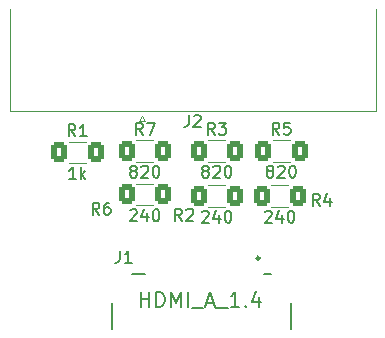
<source format=gto>
G04 #@! TF.GenerationSoftware,KiCad,Pcbnew,(6.0.0)*
G04 #@! TF.CreationDate,2022-02-22T23:34:22+01:00*
G04 #@! TF.ProjectId,VGADIRECTO,56474144-4952-4454-9354-4f2e6b696361,rev?*
G04 #@! TF.SameCoordinates,Original*
G04 #@! TF.FileFunction,Legend,Top*
G04 #@! TF.FilePolarity,Positive*
%FSLAX46Y46*%
G04 Gerber Fmt 4.6, Leading zero omitted, Abs format (unit mm)*
G04 Created by KiCad (PCBNEW (6.0.0)) date 2022-02-22 23:34:22*
%MOMM*%
%LPD*%
G01*
G04 APERTURE LIST*
G04 Aperture macros list*
%AMRoundRect*
0 Rectangle with rounded corners*
0 $1 Rounding radius*
0 $2 $3 $4 $5 $6 $7 $8 $9 X,Y pos of 4 corners*
0 Add a 4 corners polygon primitive as box body*
4,1,4,$2,$3,$4,$5,$6,$7,$8,$9,$2,$3,0*
0 Add four circle primitives for the rounded corners*
1,1,$1+$1,$2,$3*
1,1,$1+$1,$4,$5*
1,1,$1+$1,$6,$7*
1,1,$1+$1,$8,$9*
0 Add four rect primitives between the rounded corners*
20,1,$1+$1,$2,$3,$4,$5,0*
20,1,$1+$1,$4,$5,$6,$7,0*
20,1,$1+$1,$6,$7,$8,$9,0*
20,1,$1+$1,$8,$9,$2,$3,0*%
G04 Aperture macros list end*
%ADD10C,0.150000*%
%ADD11C,0.120000*%
%ADD12C,0.250000*%
%ADD13C,4.000000*%
%ADD14R,1.600000X1.600000*%
%ADD15C,1.600000*%
%ADD16RoundRect,0.250000X-0.400000X-0.625000X0.400000X-0.625000X0.400000X0.625000X-0.400000X0.625000X0*%
%ADD17R,0.300000X1.900000*%
G04 APERTURE END LIST*
D10*
X174161666Y-85882380D02*
X174161666Y-86596666D01*
X174114047Y-86739523D01*
X174018809Y-86834761D01*
X173875952Y-86882380D01*
X173780714Y-86882380D01*
X174590238Y-85977619D02*
X174637857Y-85930000D01*
X174733095Y-85882380D01*
X174971190Y-85882380D01*
X175066428Y-85930000D01*
X175114047Y-85977619D01*
X175161666Y-86072857D01*
X175161666Y-86168095D01*
X175114047Y-86310952D01*
X174542619Y-86882380D01*
X175161666Y-86882380D01*
X164552333Y-87659380D02*
X164219000Y-87183190D01*
X163980904Y-87659380D02*
X163980904Y-86659380D01*
X164361857Y-86659380D01*
X164457095Y-86707000D01*
X164504714Y-86754619D01*
X164552333Y-86849857D01*
X164552333Y-86992714D01*
X164504714Y-87087952D01*
X164457095Y-87135571D01*
X164361857Y-87183190D01*
X163980904Y-87183190D01*
X165504714Y-87659380D02*
X164933285Y-87659380D01*
X165219000Y-87659380D02*
X165219000Y-86659380D01*
X165123761Y-86802238D01*
X165028523Y-86897476D01*
X164933285Y-86945095D01*
X164599952Y-91299380D02*
X164028523Y-91299380D01*
X164314238Y-91299380D02*
X164314238Y-90299380D01*
X164219000Y-90442238D01*
X164123761Y-90537476D01*
X164028523Y-90585095D01*
X165028523Y-91299380D02*
X165028523Y-90299380D01*
X165123761Y-90918428D02*
X165409476Y-91299380D01*
X165409476Y-90632714D02*
X165028523Y-91013666D01*
X173569333Y-94813380D02*
X173236000Y-94337190D01*
X172997904Y-94813380D02*
X172997904Y-93813380D01*
X173378857Y-93813380D01*
X173474095Y-93861000D01*
X173521714Y-93908619D01*
X173569333Y-94003857D01*
X173569333Y-94146714D01*
X173521714Y-94241952D01*
X173474095Y-94289571D01*
X173378857Y-94337190D01*
X172997904Y-94337190D01*
X173950285Y-93908619D02*
X173997904Y-93861000D01*
X174093142Y-93813380D01*
X174331238Y-93813380D01*
X174426476Y-93861000D01*
X174474095Y-93908619D01*
X174521714Y-94003857D01*
X174521714Y-94099095D01*
X174474095Y-94241952D01*
X173902666Y-94813380D01*
X174521714Y-94813380D01*
X175291904Y-94077619D02*
X175339523Y-94030000D01*
X175434761Y-93982380D01*
X175672857Y-93982380D01*
X175768095Y-94030000D01*
X175815714Y-94077619D01*
X175863333Y-94172857D01*
X175863333Y-94268095D01*
X175815714Y-94410952D01*
X175244285Y-94982380D01*
X175863333Y-94982380D01*
X176720476Y-94315714D02*
X176720476Y-94982380D01*
X176482380Y-93934761D02*
X176244285Y-94649047D01*
X176863333Y-94649047D01*
X177434761Y-93982380D02*
X177530000Y-93982380D01*
X177625238Y-94030000D01*
X177672857Y-94077619D01*
X177720476Y-94172857D01*
X177768095Y-94363333D01*
X177768095Y-94601428D01*
X177720476Y-94791904D01*
X177672857Y-94887142D01*
X177625238Y-94934761D01*
X177530000Y-94982380D01*
X177434761Y-94982380D01*
X177339523Y-94934761D01*
X177291904Y-94887142D01*
X177244285Y-94791904D01*
X177196666Y-94601428D01*
X177196666Y-94363333D01*
X177244285Y-94172857D01*
X177291904Y-94077619D01*
X177339523Y-94030000D01*
X177434761Y-93982380D01*
X176363333Y-87532380D02*
X176030000Y-87056190D01*
X175791904Y-87532380D02*
X175791904Y-86532380D01*
X176172857Y-86532380D01*
X176268095Y-86580000D01*
X176315714Y-86627619D01*
X176363333Y-86722857D01*
X176363333Y-86865714D01*
X176315714Y-86960952D01*
X176268095Y-87008571D01*
X176172857Y-87056190D01*
X175791904Y-87056190D01*
X176696666Y-86532380D02*
X177315714Y-86532380D01*
X176982380Y-86913333D01*
X177125238Y-86913333D01*
X177220476Y-86960952D01*
X177268095Y-87008571D01*
X177315714Y-87103809D01*
X177315714Y-87341904D01*
X177268095Y-87437142D01*
X177220476Y-87484761D01*
X177125238Y-87532380D01*
X176839523Y-87532380D01*
X176744285Y-87484761D01*
X176696666Y-87437142D01*
X175482380Y-90600952D02*
X175387142Y-90553333D01*
X175339523Y-90505714D01*
X175291904Y-90410476D01*
X175291904Y-90362857D01*
X175339523Y-90267619D01*
X175387142Y-90220000D01*
X175482380Y-90172380D01*
X175672857Y-90172380D01*
X175768095Y-90220000D01*
X175815714Y-90267619D01*
X175863333Y-90362857D01*
X175863333Y-90410476D01*
X175815714Y-90505714D01*
X175768095Y-90553333D01*
X175672857Y-90600952D01*
X175482380Y-90600952D01*
X175387142Y-90648571D01*
X175339523Y-90696190D01*
X175291904Y-90791428D01*
X175291904Y-90981904D01*
X175339523Y-91077142D01*
X175387142Y-91124761D01*
X175482380Y-91172380D01*
X175672857Y-91172380D01*
X175768095Y-91124761D01*
X175815714Y-91077142D01*
X175863333Y-90981904D01*
X175863333Y-90791428D01*
X175815714Y-90696190D01*
X175768095Y-90648571D01*
X175672857Y-90600952D01*
X176244285Y-90267619D02*
X176291904Y-90220000D01*
X176387142Y-90172380D01*
X176625238Y-90172380D01*
X176720476Y-90220000D01*
X176768095Y-90267619D01*
X176815714Y-90362857D01*
X176815714Y-90458095D01*
X176768095Y-90600952D01*
X176196666Y-91172380D01*
X176815714Y-91172380D01*
X177434761Y-90172380D02*
X177530000Y-90172380D01*
X177625238Y-90220000D01*
X177672857Y-90267619D01*
X177720476Y-90362857D01*
X177768095Y-90553333D01*
X177768095Y-90791428D01*
X177720476Y-90981904D01*
X177672857Y-91077142D01*
X177625238Y-91124761D01*
X177530000Y-91172380D01*
X177434761Y-91172380D01*
X177339523Y-91124761D01*
X177291904Y-91077142D01*
X177244285Y-90981904D01*
X177196666Y-90791428D01*
X177196666Y-90553333D01*
X177244285Y-90362857D01*
X177291904Y-90267619D01*
X177339523Y-90220000D01*
X177434761Y-90172380D01*
X185253333Y-93543380D02*
X184920000Y-93067190D01*
X184681904Y-93543380D02*
X184681904Y-92543380D01*
X185062857Y-92543380D01*
X185158095Y-92591000D01*
X185205714Y-92638619D01*
X185253333Y-92733857D01*
X185253333Y-92876714D01*
X185205714Y-92971952D01*
X185158095Y-93019571D01*
X185062857Y-93067190D01*
X184681904Y-93067190D01*
X186110476Y-92876714D02*
X186110476Y-93543380D01*
X185872380Y-92495761D02*
X185634285Y-93210047D01*
X186253333Y-93210047D01*
X180625904Y-94077619D02*
X180673523Y-94030000D01*
X180768761Y-93982380D01*
X181006857Y-93982380D01*
X181102095Y-94030000D01*
X181149714Y-94077619D01*
X181197333Y-94172857D01*
X181197333Y-94268095D01*
X181149714Y-94410952D01*
X180578285Y-94982380D01*
X181197333Y-94982380D01*
X182054476Y-94315714D02*
X182054476Y-94982380D01*
X181816380Y-93934761D02*
X181578285Y-94649047D01*
X182197333Y-94649047D01*
X182768761Y-93982380D02*
X182864000Y-93982380D01*
X182959238Y-94030000D01*
X183006857Y-94077619D01*
X183054476Y-94172857D01*
X183102095Y-94363333D01*
X183102095Y-94601428D01*
X183054476Y-94791904D01*
X183006857Y-94887142D01*
X182959238Y-94934761D01*
X182864000Y-94982380D01*
X182768761Y-94982380D01*
X182673523Y-94934761D01*
X182625904Y-94887142D01*
X182578285Y-94791904D01*
X182530666Y-94601428D01*
X182530666Y-94363333D01*
X182578285Y-94172857D01*
X182625904Y-94077619D01*
X182673523Y-94030000D01*
X182768761Y-93982380D01*
X181824333Y-87532380D02*
X181491000Y-87056190D01*
X181252904Y-87532380D02*
X181252904Y-86532380D01*
X181633857Y-86532380D01*
X181729095Y-86580000D01*
X181776714Y-86627619D01*
X181824333Y-86722857D01*
X181824333Y-86865714D01*
X181776714Y-86960952D01*
X181729095Y-87008571D01*
X181633857Y-87056190D01*
X181252904Y-87056190D01*
X182729095Y-86532380D02*
X182252904Y-86532380D01*
X182205285Y-87008571D01*
X182252904Y-86960952D01*
X182348142Y-86913333D01*
X182586238Y-86913333D01*
X182681476Y-86960952D01*
X182729095Y-87008571D01*
X182776714Y-87103809D01*
X182776714Y-87341904D01*
X182729095Y-87437142D01*
X182681476Y-87484761D01*
X182586238Y-87532380D01*
X182348142Y-87532380D01*
X182252904Y-87484761D01*
X182205285Y-87437142D01*
X180943380Y-90600952D02*
X180848142Y-90553333D01*
X180800523Y-90505714D01*
X180752904Y-90410476D01*
X180752904Y-90362857D01*
X180800523Y-90267619D01*
X180848142Y-90220000D01*
X180943380Y-90172380D01*
X181133857Y-90172380D01*
X181229095Y-90220000D01*
X181276714Y-90267619D01*
X181324333Y-90362857D01*
X181324333Y-90410476D01*
X181276714Y-90505714D01*
X181229095Y-90553333D01*
X181133857Y-90600952D01*
X180943380Y-90600952D01*
X180848142Y-90648571D01*
X180800523Y-90696190D01*
X180752904Y-90791428D01*
X180752904Y-90981904D01*
X180800523Y-91077142D01*
X180848142Y-91124761D01*
X180943380Y-91172380D01*
X181133857Y-91172380D01*
X181229095Y-91124761D01*
X181276714Y-91077142D01*
X181324333Y-90981904D01*
X181324333Y-90791428D01*
X181276714Y-90696190D01*
X181229095Y-90648571D01*
X181133857Y-90600952D01*
X181705285Y-90267619D02*
X181752904Y-90220000D01*
X181848142Y-90172380D01*
X182086238Y-90172380D01*
X182181476Y-90220000D01*
X182229095Y-90267619D01*
X182276714Y-90362857D01*
X182276714Y-90458095D01*
X182229095Y-90600952D01*
X181657666Y-91172380D01*
X182276714Y-91172380D01*
X182895761Y-90172380D02*
X182991000Y-90172380D01*
X183086238Y-90220000D01*
X183133857Y-90267619D01*
X183181476Y-90362857D01*
X183229095Y-90553333D01*
X183229095Y-90791428D01*
X183181476Y-90981904D01*
X183133857Y-91077142D01*
X183086238Y-91124761D01*
X182991000Y-91172380D01*
X182895761Y-91172380D01*
X182800523Y-91124761D01*
X182752904Y-91077142D01*
X182705285Y-90981904D01*
X182657666Y-90791428D01*
X182657666Y-90553333D01*
X182705285Y-90362857D01*
X182752904Y-90267619D01*
X182800523Y-90220000D01*
X182895761Y-90172380D01*
X166584333Y-94305380D02*
X166251000Y-93829190D01*
X166012904Y-94305380D02*
X166012904Y-93305380D01*
X166393857Y-93305380D01*
X166489095Y-93353000D01*
X166536714Y-93400619D01*
X166584333Y-93495857D01*
X166584333Y-93638714D01*
X166536714Y-93733952D01*
X166489095Y-93781571D01*
X166393857Y-93829190D01*
X166012904Y-93829190D01*
X167441476Y-93305380D02*
X167251000Y-93305380D01*
X167155761Y-93353000D01*
X167108142Y-93400619D01*
X167012904Y-93543476D01*
X166965285Y-93733952D01*
X166965285Y-94114904D01*
X167012904Y-94210142D01*
X167060523Y-94257761D01*
X167155761Y-94305380D01*
X167346238Y-94305380D01*
X167441476Y-94257761D01*
X167489095Y-94210142D01*
X167536714Y-94114904D01*
X167536714Y-93876809D01*
X167489095Y-93781571D01*
X167441476Y-93733952D01*
X167346238Y-93686333D01*
X167155761Y-93686333D01*
X167060523Y-93733952D01*
X167012904Y-93781571D01*
X166965285Y-93876809D01*
X169195904Y-93950619D02*
X169243523Y-93903000D01*
X169338761Y-93855380D01*
X169576857Y-93855380D01*
X169672095Y-93903000D01*
X169719714Y-93950619D01*
X169767333Y-94045857D01*
X169767333Y-94141095D01*
X169719714Y-94283952D01*
X169148285Y-94855380D01*
X169767333Y-94855380D01*
X170624476Y-94188714D02*
X170624476Y-94855380D01*
X170386380Y-93807761D02*
X170148285Y-94522047D01*
X170767333Y-94522047D01*
X171338761Y-93855380D02*
X171434000Y-93855380D01*
X171529238Y-93903000D01*
X171576857Y-93950619D01*
X171624476Y-94045857D01*
X171672095Y-94236333D01*
X171672095Y-94474428D01*
X171624476Y-94664904D01*
X171576857Y-94760142D01*
X171529238Y-94807761D01*
X171434000Y-94855380D01*
X171338761Y-94855380D01*
X171243523Y-94807761D01*
X171195904Y-94760142D01*
X171148285Y-94664904D01*
X171100666Y-94474428D01*
X171100666Y-94236333D01*
X171148285Y-94045857D01*
X171195904Y-93950619D01*
X171243523Y-93903000D01*
X171338761Y-93855380D01*
X170267333Y-87532380D02*
X169934000Y-87056190D01*
X169695904Y-87532380D02*
X169695904Y-86532380D01*
X170076857Y-86532380D01*
X170172095Y-86580000D01*
X170219714Y-86627619D01*
X170267333Y-86722857D01*
X170267333Y-86865714D01*
X170219714Y-86960952D01*
X170172095Y-87008571D01*
X170076857Y-87056190D01*
X169695904Y-87056190D01*
X170600666Y-86532380D02*
X171267333Y-86532380D01*
X170838761Y-87532380D01*
X169386380Y-90600952D02*
X169291142Y-90553333D01*
X169243523Y-90505714D01*
X169195904Y-90410476D01*
X169195904Y-90362857D01*
X169243523Y-90267619D01*
X169291142Y-90220000D01*
X169386380Y-90172380D01*
X169576857Y-90172380D01*
X169672095Y-90220000D01*
X169719714Y-90267619D01*
X169767333Y-90362857D01*
X169767333Y-90410476D01*
X169719714Y-90505714D01*
X169672095Y-90553333D01*
X169576857Y-90600952D01*
X169386380Y-90600952D01*
X169291142Y-90648571D01*
X169243523Y-90696190D01*
X169195904Y-90791428D01*
X169195904Y-90981904D01*
X169243523Y-91077142D01*
X169291142Y-91124761D01*
X169386380Y-91172380D01*
X169576857Y-91172380D01*
X169672095Y-91124761D01*
X169719714Y-91077142D01*
X169767333Y-90981904D01*
X169767333Y-90791428D01*
X169719714Y-90696190D01*
X169672095Y-90648571D01*
X169576857Y-90600952D01*
X170148285Y-90267619D02*
X170195904Y-90220000D01*
X170291142Y-90172380D01*
X170529238Y-90172380D01*
X170624476Y-90220000D01*
X170672095Y-90267619D01*
X170719714Y-90362857D01*
X170719714Y-90458095D01*
X170672095Y-90600952D01*
X170100666Y-91172380D01*
X170719714Y-91172380D01*
X171338761Y-90172380D02*
X171434000Y-90172380D01*
X171529238Y-90220000D01*
X171576857Y-90267619D01*
X171624476Y-90362857D01*
X171672095Y-90553333D01*
X171672095Y-90791428D01*
X171624476Y-90981904D01*
X171576857Y-91077142D01*
X171529238Y-91124761D01*
X171434000Y-91172380D01*
X171338761Y-91172380D01*
X171243523Y-91124761D01*
X171195904Y-91077142D01*
X171148285Y-90981904D01*
X171100666Y-90791428D01*
X171100666Y-90553333D01*
X171148285Y-90362857D01*
X171195904Y-90267619D01*
X171243523Y-90220000D01*
X171338761Y-90172380D01*
X168306309Y-97367380D02*
X168306309Y-98081666D01*
X168258690Y-98224523D01*
X168163452Y-98319761D01*
X168020595Y-98367380D01*
X167925357Y-98367380D01*
X169306309Y-98367380D02*
X168734880Y-98367380D01*
X169020595Y-98367380D02*
X169020595Y-97367380D01*
X168925357Y-97510238D01*
X168830119Y-97605476D01*
X168734880Y-97653095D01*
X170075239Y-102124522D02*
X170075239Y-100854522D01*
X170075239Y-101459284D02*
X170800953Y-101459284D01*
X170800953Y-102124522D02*
X170800953Y-100854522D01*
X171405715Y-102124522D02*
X171405715Y-100854522D01*
X171708096Y-100854522D01*
X171889524Y-100914999D01*
X172010477Y-101035951D01*
X172070953Y-101156903D01*
X172131429Y-101398808D01*
X172131429Y-101580237D01*
X172070953Y-101822141D01*
X172010477Y-101943094D01*
X171889524Y-102064046D01*
X171708096Y-102124522D01*
X171405715Y-102124522D01*
X172675715Y-102124522D02*
X172675715Y-100854522D01*
X173099048Y-101761665D01*
X173522381Y-100854522D01*
X173522381Y-102124522D01*
X174127143Y-102124522D02*
X174127143Y-100854522D01*
X174429524Y-102245475D02*
X175397143Y-102245475D01*
X175639048Y-101761665D02*
X176243810Y-101761665D01*
X175518096Y-102124522D02*
X175941429Y-100854522D01*
X176364762Y-102124522D01*
X176485715Y-102245475D02*
X177453334Y-102245475D01*
X178420953Y-102124522D02*
X177695239Y-102124522D01*
X178058096Y-102124522D02*
X178058096Y-100854522D01*
X177937143Y-101035951D01*
X177816191Y-101156903D01*
X177695239Y-101217379D01*
X178965239Y-102003570D02*
X179025715Y-102064046D01*
X178965239Y-102124522D01*
X178904762Y-102064046D01*
X178965239Y-102003570D01*
X178965239Y-102124522D01*
X180114286Y-101277856D02*
X180114286Y-102124522D01*
X179811905Y-100794046D02*
X179509524Y-101701189D01*
X180295715Y-101701189D01*
D11*
X170430000Y-86384338D02*
X169930000Y-86384338D01*
X159010000Y-85490000D02*
X159010000Y-76890000D01*
X170180000Y-85951325D02*
X170430000Y-86384338D01*
X169930000Y-86384338D02*
X170180000Y-85951325D01*
X189980000Y-85490000D02*
X159010000Y-85490000D01*
X189980000Y-76890000D02*
X189980000Y-85490000D01*
X163991936Y-89937000D02*
X165446064Y-89937000D01*
X163991936Y-88117000D02*
X165446064Y-88117000D01*
X175802936Y-91800000D02*
X177257064Y-91800000D01*
X175802936Y-93620000D02*
X177257064Y-93620000D01*
X175802936Y-87990000D02*
X177257064Y-87990000D01*
X175802936Y-89810000D02*
X177257064Y-89810000D01*
X181136936Y-93620000D02*
X182591064Y-93620000D01*
X181136936Y-91800000D02*
X182591064Y-91800000D01*
X181263936Y-89810000D02*
X182718064Y-89810000D01*
X181263936Y-87990000D02*
X182718064Y-87990000D01*
X169706936Y-93493000D02*
X171161064Y-93493000D01*
X169706936Y-91673000D02*
X171161064Y-91673000D01*
X169706936Y-89810000D02*
X171161064Y-89810000D01*
X169706936Y-87990000D02*
X171161064Y-87990000D01*
D12*
X180135000Y-97990000D02*
G75*
G03*
X180135000Y-97990000I-125000J0D01*
G01*
D10*
X167685000Y-103995000D02*
X167685000Y-101795000D01*
X169385000Y-99315000D02*
X170485000Y-99315000D01*
X180535000Y-99315000D02*
X181135000Y-99315000D01*
X182835000Y-103995000D02*
X182835000Y-101795000D01*
%LPC*%
D13*
X186995000Y-81770000D03*
X161995000Y-81770000D03*
D14*
X170180000Y-83820000D03*
D15*
X172470000Y-83820000D03*
X174760000Y-83820000D03*
X177050000Y-83820000D03*
X179340000Y-83820000D03*
X169035000Y-81280000D03*
X171325000Y-81280000D03*
X173615000Y-81280000D03*
X175905000Y-81280000D03*
X178195000Y-81280000D03*
X170180000Y-78740000D03*
X172470000Y-78740000D03*
X174760000Y-78740000D03*
X177050000Y-78740000D03*
X179340000Y-78740000D03*
D16*
X163169000Y-89027000D03*
X166269000Y-89027000D03*
X174980000Y-92710000D03*
X178080000Y-92710000D03*
X174980000Y-88900000D03*
X178080000Y-88900000D03*
X180314000Y-92710000D03*
X183414000Y-92710000D03*
X180441000Y-88900000D03*
X183541000Y-88900000D03*
X168884000Y-92583000D03*
X171984000Y-92583000D03*
X168884000Y-88900000D03*
X171984000Y-88900000D03*
D17*
X171010000Y-99520000D03*
X171510000Y-99520000D03*
X172010000Y-99520000D03*
X172510000Y-99520000D03*
X173010000Y-99520000D03*
X173510000Y-99520000D03*
X174010000Y-99520000D03*
X174510000Y-99520000D03*
X175010000Y-99520000D03*
X175510000Y-99520000D03*
X176010000Y-99520000D03*
X176510000Y-99520000D03*
X177010000Y-99520000D03*
X177510000Y-99520000D03*
X178010000Y-99520000D03*
X178510000Y-99520000D03*
X179010000Y-99520000D03*
X179510000Y-99520000D03*
X180010000Y-99520000D03*
M02*

</source>
